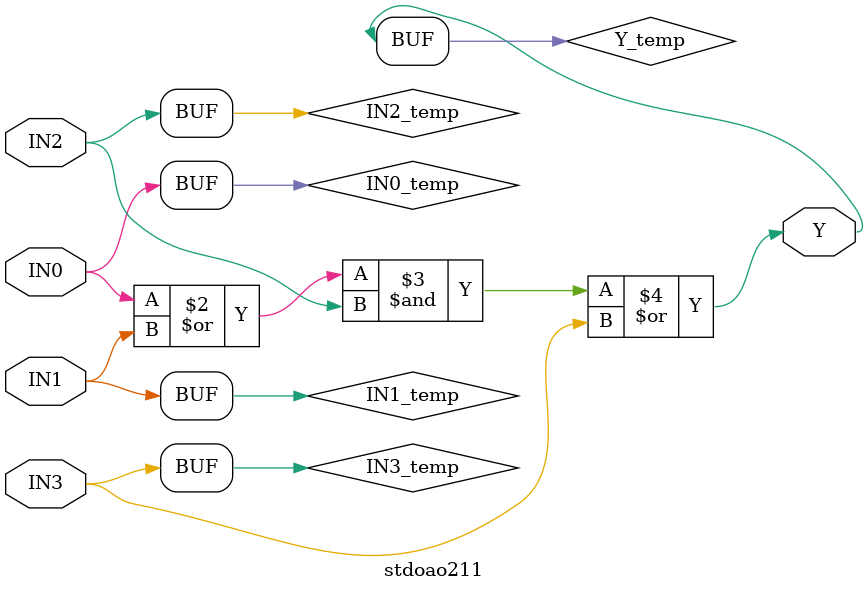
<source format=v>
module stdoao211(IN0,IN1,IN2,IN3,Y);
  parameter
        d_IN0_r = 0,
        d_IN0_f = 0,
        d_IN1_r = 0,
        d_IN1_f = 0,
        d_IN2_r = 0,
        d_IN2_f = 0,
        d_IN3_r = 0,
        d_IN3_f = 0,
        d_Y_r = 1,
        d_Y_f = 1;
  input  IN0;
  input  IN1;
  input  IN2;
  input  IN3;
  output  Y;
  wire  IN0_temp;
  wire  IN1_temp;
  wire  IN2_temp;
  wire  IN3_temp;
  reg  Y_temp;
  assign #(d_IN0_r,d_IN0_f) IN0_temp = IN0;
  assign #(d_IN1_r,d_IN1_f) IN1_temp = IN1;
  assign #(d_IN2_r,d_IN2_f) IN2_temp = IN2;
  assign #(d_IN3_r,d_IN3_f) IN3_temp = IN3;
  assign #(d_Y_r,d_Y_f) Y = Y_temp;
  always
    @(IN0_temp or IN1_temp or IN2_temp or IN3_temp)
      begin
      Y_temp = (((IN0_temp | IN1_temp) & IN2_temp) | IN3_temp);
      end
endmodule

</source>
